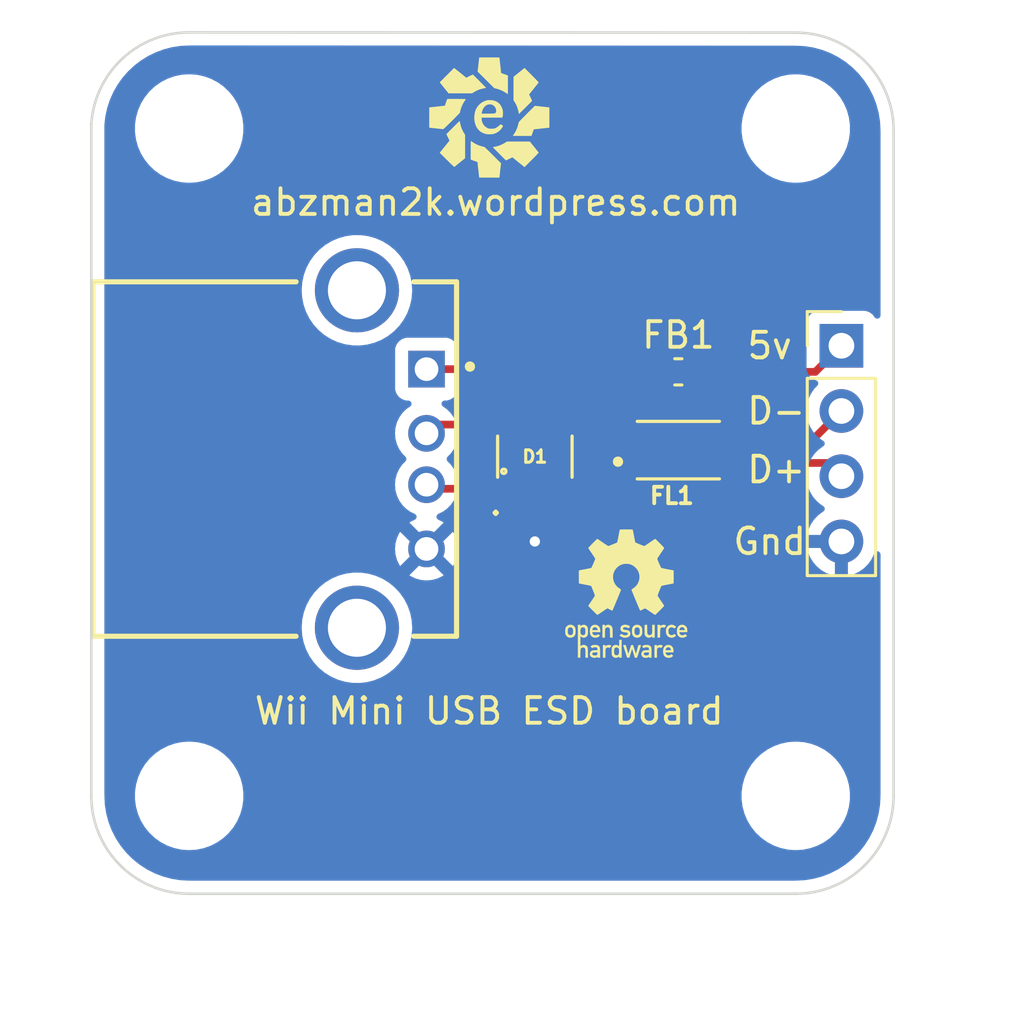
<source format=kicad_pcb>
(kicad_pcb (version 20211014) (generator pcbnew)
  (layers (0 "F.Cu" signal) (31 "B.Cu" signal) (34 "B.Paste" user) (35 "F.Paste" user) (36 "B.SilkS" user "B.Silkscreen") (37 "F.SilkS" user "F.Silkscreen") (38 "B.Mask" user) (39 "F.Mask" user) (44 "Edge.Cuts" user))
  (net 0 "")
  (net 1 "Net-(D1-Pad1)")
  (net 2 "GND")
  (net 3 "Net-(D1-Pad5)")
  (net 4 "Net-(J1-Pad2)")
  (net 5 "/5V")
  (net 6 "/D+_F")
  (net 7 "/D-_F")
  (footprint "Connector_PinHeader_2.54mm:PinHeader_1x04_P2.54mm_Vertical" (layer "F.Cu") (at 137.668 84.582)
    (fp_text reference "J2" hide)
    (fp_text value "Conn_01x04")
    (pad "1" thru_hole rect locked (at 0 0) (size 1.7 1.7) (drill 1) (layers *.Cu *.Mask) (net 5 "/5V"))
    (pad "2" thru_hole oval locked (at 0 2.54) (size 1.7 1.7) (drill 1) (layers *.Cu *.Mask) (net 7 "/D-_F"))
    (pad "3" thru_hole oval locked (at 0 5.08) (size 1.7 1.7) (drill 1) (layers *.Cu *.Mask) (net 6 "/D+_F"))
    (pad "4" thru_hole oval locked (at 0 7.62) (size 1.7 1.7) (drill 1) (layers *.Cu *.Mask) (net 2 "GND"))
  )
  (footprint "Evan's misc parts:WE-TVS_SOT23-6L" (layer "F.Cu") (at 125.73 88.9)
    (fp_text reference "D1" (at 0 0 180) (layer "F.SilkS") (effects (font (size 0.48 0.48))))
    (fp_text value "WE-TVS_824014")
    (pad "1" smd rect (at -0.95 1.25) (size 0.6 1.1) (layers "F.Cu" "F.Paste" "F.Mask") (net 1 "Net-(D1-Pad1)"))
    (pad "2" smd rect (at 0 1.25) (size 0.6 1.1) (layers "F.Cu" "F.Paste" "F.Mask") (net 2 "GND"))
    (pad "3" smd rect (at 0.95 1.25) (size 0.6 1.1) (layers "F.Cu" "F.Paste" "F.Mask") (net 1 "Net-(D1-Pad1)"))
    (pad "4" smd rect (at 0.95 -1.25) (size 0.6 1.1) (layers "F.Cu" "F.Paste" "F.Mask") (net 4 "Net-(J1-Pad2)"))
    (pad "5" smd rect (at 0 -1.25) (size 0.6 1.1) (layers "F.Cu" "F.Paste" "F.Mask") (net 3 "Net-(D1-Pad5)"))
    (pad "6" smd rect (at -0.95 -1.25) (size 0.6 1.1) (layers "F.Cu" "F.Paste" "F.Mask") (net 4 "Net-(J1-Pad2)"))
  )
  (footprint "Evan's misc parts:FIL_DLW31SN900SQ2L" (layer "F.Cu") (at 131.318 88.646)
    (fp_text reference "FL1" (at -0.254 1.778) (layer "F.SilkS") (effects (font (size 0.64 0.64))))
    (fp_text value "DLW31SN900SQ2L")
    (pad "1" smd rect (at -1.325 0.5) (size 1.05 0.6) (layers "F.Cu" "F.Paste" "F.Mask") (net 1 "Net-(D1-Pad1)"))
    (pad "2" smd rect (at 1.325 0.5) (size 1.05 0.6) (layers "F.Cu" "F.Paste" "F.Mask") (net 6 "/D+_F"))
    (pad "3" smd rect (at 1.325 -0.5) (size 1.05 0.6) (layers "F.Cu" "F.Paste" "F.Mask") (net 7 "/D-_F"))
    (pad "4" smd rect (at -1.325 -0.5) (size 1.05 0.6) (layers "F.Cu" "F.Paste" "F.Mask") (net 4 "Net-(J1-Pad2)"))
  )
  (footprint "Evan's misc parts:GCT_USB1130-15-A_REVA" (layer "F.Cu") (at 118.8015 88.9925 -90)
    (fp_text reference "J1" hide)
    (fp_text value "USB_A")
    (pad "1" thru_hole rect (at -3.5 -2.71 270) (size 1.428 1.428) (drill 0.92) (layers *.Cu *.Mask) (net 3 "Net-(D1-Pad5)"))
    (pad "2" thru_hole circle (at -1 -2.71 270) (size 1.428 1.428) (drill 0.92) (layers *.Cu *.Mask) (net 4 "Net-(J1-Pad2)"))
    (pad "3" thru_hole circle (at 1 -2.71 270) (size 1.428 1.428) (drill 0.92) (layers *.Cu *.Mask) (net 1 "Net-(D1-Pad1)"))
    (pad "4" thru_hole circle (at 3.5 -2.71 270) (size 1.428 1.428) (drill 0.92) (layers *.Cu *.Mask) (net 2 "GND"))
    (pad "S1" thru_hole circle (at -6.57 0 270) (size 3.276 3.276) (drill 2.26) (layers *.Cu *.Mask))
    (pad "S2" thru_hole circle (at 6.57 0 270) (size 3.276 3.276) (drill 2.26) (layers *.Cu *.Mask))
  )
  (footprint "Capacitor_SMD:C_0603_1608Metric" (layer "F.Cu") (at 131.318 85.598)
    (fp_text reference "FB1" (at 0 -1.43) (layer "F.SilkS"))
    (fp_text value "FerriteBead")
    (pad "1" smd roundrect locked (at -0.775 0) (size 0.9 0.95) (layers "F.Cu" "F.Paste" "F.Mask") (net 3 "Net-(D1-Pad5)"))
    (pad "2" smd roundrect locked (at 0.775 0) (size 0.9 0.95) (layers "F.Cu" "F.Paste" "F.Mask") (net 5 "/5V"))
  )
  (footprint "MountingHole:MountingHole_3.2mm_M3" (layer "F.Cu") (at 135.89 102.108)
    (fp_text reference "H3" hide)
    (fp_text value "MountingHole")
    (pad "" np_thru_hole circle locked (at 0 0) (size 3.2 3.2) (drill 3.2) (layers *.Cu *.Mask))
  )
  (footprint "MountingHole:MountingHole_3.2mm_M3" (layer "F.Cu") (at 135.89 76.124)
    (fp_text reference "H4" hide)
    (fp_text value "MountingHole")
    (pad "" np_thru_hole circle locked (at 0 0) (size 3.2 3.2) (drill 3.2) (layers *.Cu *.Mask))
  )
  (footprint "MountingHole:MountingHole_3.2mm_M3" (layer "F.Cu") (at 112.268 76.124)
    (fp_text reference "H2" hide)
    (fp_text value "MountingHole")
    (pad "" np_thru_hole circle locked (at 0 0) (size 3.2 3.2) (drill 3.2) (layers *.Cu *.Mask))
  )
  (footprint "Evan's misc parts:Evan Logo" (layer "F.Cu") (at 123.952 75.692)
    (fp_text reference "G***" hide)
    (fp_text value "LOGO" hide)
  )
  (footprint "MountingHole:MountingHole_3.2mm_M3" (layer "F.Cu") (at 112.268 102.108)
    (fp_text reference "H1" hide)
    (fp_text value "MountingHole")
    (pad "" np_thru_hole circle locked (at 0 0) (size 3.2 3.2) (drill 3.2) (layers *.Cu *.Mask))
  )
  (footprint "Evan's misc parts:OSHW gear" (layer "F.Cu") (at 129.286 94.234)
    (fp_text reference "G***" hide)
    (fp_text value "LOGO" hide)
  )
  (gr_line (start 112.268 72.381543) (end 135.89 72.39) (layer "Edge.Cuts") (width 0.1))
  (gr_arc (start 108.458 75.946) (mid 109.659291 73.411586) (end 112.268 72.381543) (layer "Edge.Cuts") (width 0.1))
  (gr_arc (start 135.89 72.39) (mid 138.584077 73.505923) (end 139.7 76.2) (layer "Edge.Cuts") (width 0.1))
  (gr_arc (start 112.268 105.918) (mid 109.573923 104.802077) (end 108.458 102.108) (layer "Edge.Cuts") (width 0.1))
  (gr_line (start 139.7 102.108) (end 139.7 76.2) (layer "Edge.Cuts") (width 0.1))
  (gr_line (start 135.89 105.918) (end 112.268 105.918) (layer "Edge.Cuts") (width 0.1))
  (gr_arc (start 139.7 102.108) (mid 138.584077 104.802077) (end 135.89 105.918) (layer "Edge.Cuts") (width 0.1))
  (gr_line (start 108.458 102.108) (end 108.458 75.946) (layer "Edge.Cuts") (width 0.1))
  (gr_text "Gnd" (at 134.874 92.202) (layer "F.SilkS") (effects (font (size 1 1))))
  (gr_text "abzman2k.wordpress.com" (at 124.206 78.994) (layer "F.SilkS") (effects (font (size 1 1))))
  (gr_text "D+" (at 135.128 89.408) (layer "F.SilkS") (effects (font (size 1 1))))
  (gr_text "Wii Mini USB ESD board" (at 123.952 98.806) (layer "F.SilkS") (effects (font (size 1 1))))
  (gr_text "." (at 124.206 90.678) (layer "F.SilkS") (effects (font (size 1 1))))
  (gr_text "5v" (at 134.874 84.582) (layer "F.SilkS") (effects (font (size 1 1))))
  (gr_text "D-" (at 135.128 87.122) (layer "F.SilkS") (effects (font (size 1 1))))
  (segment (start 126.68 89.596) (end 126.68 90.15) (width 0.3) (layer "F.Cu") (net 1))
  (segment (start 127.684 89.146) (end 126.68 90.15) (width 0.3) (layer "F.Cu") (net 1))
  (segment (start 129.993 89.146) (end 127.684 89.146) (width 0.3) (layer "F.Cu") (net 1))
  (segment (start 126.334489 89.250489) (end 126.68 89.596) (width 0.3) (layer "F.Cu") (net 1))
  (segment (start 124.78 89.550978) (end 125.080489 89.250489) (width 0.3) (layer "F.Cu") (net 1))
  (segment (start 125.080489 89.250489) (end 126.334489 89.250489) (width 0.3) (layer "F.Cu") (net 1))
  (segment (start 124.78 90.15) (end 121.669 90.15) (width 0.3) (layer "F.Cu") (net 1))
  (segment (start 121.669 90.15) (end 121.5115 89.9925) (width 0.3) (layer "F.Cu") (net 1))
  (segment (start 124.78 90.15) (end 124.78 89.550978) (width 0.3) (layer "F.Cu") (net 1))
  (segment (start 125.73 90.15) (end 125.73 92.202) (width 0.3) (layer "F.Cu") (net 2))
  (via (at 125.73 92.202) (size 0.8) (drill 0.4) (layers "F.Cu" "B.Cu") (net 2))
  (segment (start 130.543 85.598) (end 126.932 85.598) (width 0.3) (layer "F.Cu") (net 3))
  (segment (start 126.932 85.598) (end 125.73 86.8) (width 0.3) (layer "F.Cu") (net 3))
  (segment (start 125.73 86.8) (end 124.4225 85.4925) (width 0.3) (layer "F.Cu") (net 3))
  (segment (start 124.4225 85.4925) (end 121.5115 85.4925) (width 0.3) (layer "F.Cu") (net 3))
  (segment (start 125.73 86.8) (end 125.73 87.65) (width 0.3) (layer "F.Cu") (net 3))
  (segment (start 129.993 88.146) (end 127.176 88.146) (width 0.3) (layer "F.Cu") (net 4))
  (segment (start 126.68 88.204) (end 126.68 87.65) (width 0.3) (layer "F.Cu") (net 4))
  (segment (start 124.78 88.249022) (end 125.080489 88.549511) (width 0.3) (layer "F.Cu") (net 4))
  (segment (start 127.176 88.146) (end 126.68 87.65) (width 0.3) (layer "F.Cu") (net 4))
  (segment (start 125.080489 88.549511) (end 126.334489 88.549511) (width 0.3) (layer "F.Cu") (net 4))
  (segment (start 124.78 87.65) (end 124.78 88.249022) (width 0.3) (layer "F.Cu") (net 4))
  (segment (start 124.78 87.65) (end 121.854 87.65) (width 0.3) (layer "F.Cu") (net 4))
  (segment (start 126.334489 88.549511) (end 126.68 88.204) (width 0.3) (layer "F.Cu") (net 4))
  (segment (start 121.854 87.65) (end 121.5115 87.9925) (width 0.3) (layer "F.Cu") (net 4))
  (segment (start 137.668 84.582) (end 136.652 85.598) (width 0.3) (layer "F.Cu") (net 5))
  (segment (start 136.652 85.598) (end 132.093 85.598) (width 0.3) (layer "F.Cu") (net 5))
  (segment (start 137.152 89.146) (end 137.668 89.662) (width 0.3) (layer "F.Cu") (net 6))
  (segment (start 132.643 89.146) (end 137.152 89.146) (width 0.3) (layer "F.Cu") (net 6))
  (segment (start 132.643 88.146) (end 136.644 88.146) (width 0.3) (layer "F.Cu") (net 7))
  (segment (start 136.644 88.146) (end 137.668 87.122) (width 0.3) (layer "F.Cu") (net 7))
  (zone (net 2) (net_name "GND") (layer "B.Cu") (connect_pads (clearance 0.508)) (min_thickness 0.254) (fill yes (thermal_gap 0.508) (thermal_bridge_width 0.508))
    (polygon (pts (xy 142.24 73.152) (xy 144.272 110.998) (xy 104.902 110.998) (xy 106.68 71.12) (xy 140.716 71.12)))
  )
)
</source>
